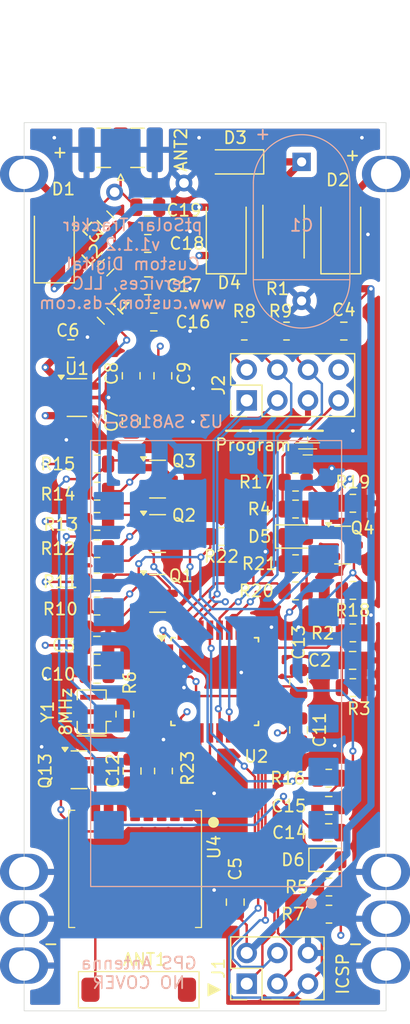
<source format=kicad_pcb>
(kicad_pcb (version 20241229) (generator "pcbnew") (generator_version "9.0")
  (layers (0 "F.Cu" signal) (4 "In1.Cu" signal) (6 "In2.Cu" signal) (2 "B.Cu" signal) (13 "F.Paste" user) (15 "B.Paste" user) (5 "F.SilkS" user "F.Silkscreen") (7 "B.SilkS" user "B.Silkscreen") (1 "F.Mask" user) (3 "B.Mask" user) (25 "Edge.Cuts" user))
  (net 0 "")
  (net 1 "+BATT")
  (net 2 "GND")
  (net 3 "/RESET")
  (net 4 "/MOSI")
  (net 5 "/SCK")
  (net 6 "/MISO")
  (net 7 "/SCL")
  (net 8 "/SDA")
  (net 9 "+3.3V")
  (net 10 "/DIG-PTT")
  (net 11 "Net-(D1-A)")
  (net 12 "/GPS-RX")
  (net 13 "/GPS-EN")
  (net 14 "/BATT-SENSE")
  (net 15 "/GPS-TX")
  (net 16 "Net-(C17-Pad2)")
  (net 17 "Net-(D2-A)")
  (net 18 "Net-(ANT1-RF)")
  (net 19 "Net-(ANT2-In)")
  (net 20 "Net-(C18-Pad2)")
  (net 21 "Net-(D1-K)")
  (net 22 "Net-(D6-A)")
  (net 23 "Net-(D5-A)")
  (net 24 "Net-(Q1-S)")
  (net 25 "Net-(Q1-D)")
  (net 26 "Net-(Q3-D)")
  (net 27 "Net-(Q3-S)")
  (net 28 "Net-(C14-Pad1)")
  (net 29 "Net-(U1-BP)")
  (net 30 "Net-(U2-AREF)")
  (net 31 "Net-(U2-PD3)")
  (net 32 "Net-(U3-MIC-IN)")
  (net 33 "Net-(U3-ANTENNA)")
  (net 34 "Net-(J2-Pin_1)")
  (net 35 "Net-(J2-Pin_8)")
  (net 36 "Net-(J2-Pin_3)")
  (net 37 "Net-(Q2-D)")
  (net 38 "Net-(Q2-S)")
  (net 39 "Net-(Q4-C)")
  (net 40 "Net-(Q4-B)")
  (net 41 "Net-(U2-XTAL1{slash}PB6)")
  (net 42 "Net-(U2-XTAL2{slash}PB7)")
  (net 43 "Net-(U3-HIGH{slash}LOW)")
  (net 66 "Net-(C15-Pad2)")
  (net 67 "Net-(Q13-D)")
  (footprint "Resistor_SMD:R_0805_2012Metric" (layer "F.Cu") (at 159.75 106.5 180)
    (property "Reference" "R20")
    (property "Value" "10k")
  )
  (footprint "Custom DS:PowerFilm MPT3.6-75" (layer "F.Cu") (at 137.25 104.75)
    (property "Reference" "PV1" (hide yes))
    (property "Value" "5.5V 180mW Solar" (hide yes))
  )
  (footprint "Custom DS:Pulse ANT8010LL05R1575A Antenna" (layer "F.Cu") (at 147.25 139.5 180)
    (property "Reference" "ANT1")
    (property "Value" "GPS Antenna" (hide yes))
  )
  (footprint "Resistor_SMD:R_0805_2012Metric" (layer "F.Cu") (at 159.75 97.5)
    (property "Reference" "R17")
    (property "Value" "1k" (hide yes))
  )
  (footprint "Resistor_SMD:R_0805_2012Metric" (layer "F.Cu") (at 162.52 133.25 180)
    (property "Reference" "R7")
    (property "Value" "10k" (hide yes))
  )
  (footprint "Resistor_SMD:R_0805_2012Metric" (layer "F.Cu") (at 143.298474 103.001526)
    (property "Reference" "R12")
    (property "Value" "10k" (hide yes))
  )
  (footprint "Capacitor_SMD:C_0805_2012Metric" (layer "F.Cu") (at 146.125 92.45 90)
    (property "Reference" "C7")
    (property "Value" "10nF" (hide yes))
  )
  (footprint "Diode_SMD:D_0805_2012Metric" (layer "F.Cu") (at 159.77 102)
    (property "Reference" "D5")
    (property "Value" "Red" (hide yes))
  )
  (footprint "Resistor_SMD:R_2512_6332Metric" (layer "F.Cu") (at 158.75 76.7725 -90)
    (property "Reference" "R1")
    (property "Value" "47" (hide yes))
  )
  (footprint "Resistor_SMD:R_0805_2012Metric" (layer "F.Cu") (at 143.298474 107.753052)
    (property "Reference" "R10")
    (property "Value" "10k" (hide yes))
  )
  (footprint "Capacitor_SMD:C_0805_2012Metric" (layer "F.Cu") (at 148 84.25 180)
    (property "Reference" "C16")
    (property "Value" "20pF" (hide yes))
  )
  (footprint "Capacitor_SMD:C_0805_2012Metric" (layer "F.Cu") (at 162.5 126.5 180)
    (property "Reference" "C14")
    (property "Value" "1uF" (hide yes))
  )
  (footprint "Resistor_SMD:R_0805_2012Metric" (layer "F.Cu") (at 159.75 104.25)
    (property "Reference" "R21")
    (property "Value" "10k")
  )
  (footprint "Custom DS:Small Test Point Pin" (layer "F.Cu") (at 150.5 72.75)
    (property "Reference" "ANT2b1" (hide yes))
    (property "Value" "VHF Test Point" (hide yes))
  )
  (footprint "Resistor_SMD:R_0805_2012Metric" (layer "F.Cu") (at 159 85)
    (property "Reference" "R9")
    (property "Value" "4.7k" (hide yes))
  )
  (footprint "Package_TO_SOT_SMD:SOT-23" (layer "F.Cu") (at 148.3125 101.751526)
    (property "Reference" "Q2")
    (property "Value" "BSS138" (hide yes))
  )
  (footprint "Package_QFP:TQFP-32_7x7mm_P0.8mm" (layer "F.Cu") (at 153.05 114)
    (property "Reference" "U2")
    (property "Value" "ATMega 328p-AU" (hide yes))
  )
  (footprint "Resistor_SMD:R_0805_2012Metric" (layer "F.Cu") (at 143.298474 105.753052 180)
    (property "Reference" "R11")
    (property "Value" "10k" (hide yes))
  )
  (footprint "Package_TO_SOT_SMD:SOT-23-5" (layer "F.Cu") (at 141.625 90.5)
    (property "Reference" "U1")
    (property "Value" "LP3985IM5-3.3/NOPB" (hide yes))
  )
  (footprint "Capacitor_SMD:C_0805_2012Metric" (layer "F.Cu") (at 164.48 112.25)
    (property "Reference" "C2")
    (property "Value" "10nF" (hide yes))
  )
  (footprint "Capacitor_SMD:C_0805_2012Metric" (layer "F.Cu") (at 160 118 -90)
    (property "Reference" "C11")
    (property "Value" "10nF" (hide yes))
  )
  (footprint "Resistor_SMD:R_0805_2012Metric" (layer "F.Cu") (at 153.6 102 180)
    (property "Reference" "R22")
    (property "Value" "1k")
  )
  (footprint "Diode_SMD:D_SOD-123" (layer "F.Cu") (at 154.75 71 180)
    (property "Reference" "D3")
    (property "Value" "5.1V Zenor" (hide yes))
  )
  (footprint "Capacitor_SMD:C_0805_2012Metric" (layer "F.Cu") (at 154.75 132.25 90)
    (property "Reference" "C5")
    (property "Value" "10nF" (hide yes))
  )
  (footprint "Package_TO_SOT_SMD:SOT-23" (layer "F.Cu") (at 141.8 121.3)
    (property "Reference" "Q13")
    (property "Value" "DMP2004K-7")
  )
  (footprint "Capacitor_SMD:C_0805_2012Metric" (layer "F.Cu") (at 143.3 113.4 180)
    (property "Reference" "C10")
    (property "Value" "10nF" (hide yes))
  )
  (footprint "Resistor_SMD:R_0805_2012Metric" (layer "F.Cu") (at 164.5 109.97)
    (property "Reference" "R2")
    (property "Value" "100k" (hide yes))
  )
  (footprint "Capacitor_SMD:C_0805_2012Metric" (layer "F.Cu") (at 146.125 88.7 -90)
    (property "Reference" "C8")
    (property "Value" "2.2uF" (hide yes))
  )
  (footprint "Custom DS:ATGM336H-5N31" (layer "F.Cu") (at 146.45 129.65 90)
    (property "Reference" "U4")
    (property "Value" "ATGM336H-5N31" (hide yes))
  )
  (footprint "Inductor_SMD:L_0805_2012Metric" (layer "F.Cu") (at 144 79.75 45)
    (property "Reference" "L2")
    (property "Value" "68nH" (hide yes))
  )
  (footprint "Custom DS:PowerFilm MPT3.6-75" (layer "F.Cu") (at 167.25 104.75)
    (property "Reference" "JPV2" (hide yes))
    (property "Value" "5.5V 180mW Solar" (hide yes))
  )
  (footprint "Resistor_SMD:R_0805_2012Metric" (layer "F.Cu") (at 148.8 121.4 -90)
    (property "Reference" "R23")
    (property "Value" "10k")
  )
  (footprint "Custom DS:Small Test Point Pin" (layer "F.Cu") (at 144.75 73.5)
    (property "Reference" "ANT2a1" (hide yes))
    (property "Value" "VHF Test Point" (hide yes))
  )
  (footprint "Capacitor_SMD:C_0805_2012Metric" (layer "F.Cu") (at 147.5 77.75 180)
    (property "Reference" "C18")
    (property "Value" "36pF" (hide yes))
  )
  (footprint "Resistor_SMD:R_0805_2012Metric" (layer "F.Cu") (at 145.6 116.7 -90)
    (property "Reference" "R6")
    (property "Value" "1M" (hide yes))
  )
  (footprint "Diode_SMD:D_SMA" (layer "F.Cu") (at 139.75 77.5 90)
    (property "Reference" "D1")
    (property "Value" "CDBA340L-G Schottky" (hide yes))
  )
  (footprint "Capacitor_SMD:C_0805_2012Metric" (layer "F.Cu") (at 147.5 74.75 180)
    (property "Reference" "C19")
    (property "Value" "20pF" (hide yes))
  )
  (footprint "Resistor_SMD:R_0805_2012Metric" (layer "F.Cu") (at 159.75 99.7275)
    (property "Reference" "R4")
    (property "Value" "1k" (hide yes))
  )
  (footprint "Resistor_SMD:R_0805_2012Metric" (layer "F.Cu") (at 164.5 114.5 180)
    (property "Reference" "R3")
    (property "Value" "22k" (hide yes))
  )
  (footprint "Resistor_SMD:R_0805_2012Metric" (layer "F.Cu") (at 164.5 99.25 180)
    (property "Reference" "R19")
    (property "Value" "10k" (hide yes))
  )
  (footprint "Capacitor_SMD:C_0805_2012Metric" (layer "F.Cu") (at 148.75 88.7 -90)
    (property "Reference" "C9")
    (property "Value" "10nF" (hide yes))
  )
  (footprint "Capacitor_SMD:C_0805_2012Metric" (layer "F.Cu") (at 160 114 90)
    (property "Reference" "C13")
    (property "Value" "10nF" (hide yes))
  )
  (footprint "Package_TO_SOT_SMD:SOT-23" (layer "F.Cu") (at 163.65 102.70625)
    (property "Reference" "Q4")
    (property "Value" "MMBT3904" (hide yes))
  )
  (footprint "Capacitor_SMD:C_0805_2012Metric" (layer "F.Cu") (at 141.125 86.45)
    (property "Reference" "C6")
    (property "Value" "10nF" (hide yes))
  )
  (footprint "Capacitor_SMD:C_0805_2012Metric" (layer "F.Cu") (at 162.5 124.25)
    (property "Reference" "C15")
    (property "Value" "10nF" (hide yes))
  )
  (footprint "Resistor_SMD:R_0805_2012Metric" (layer "F.Cu") (at 143.298474 100.751526 180)
    (property "Reference" "R13")
    (property "Value" "10k" (hide yes))
  )
  (footprint "Inductor_SMD:L_0805_2012Metric" (layer "F.Cu") (at 144 83.75 135)
    (property "Reference" "L1")
    (property "Value" "56nH" (hide yes))
  )
  (footprint "Connector_Coaxial:SMA_Samtec_SMA-J-P-H-ST-EM1_EdgeMount" (layer "F.Cu") (at 145.25 69.75 90)
    (property "Reference" "ANT2")
    (property "Value" "SMA Edge Mount (Optional)" (hide yes))
  )
  (footprint "Crystal:Resonator_SMD_Murata_CSTxExxV-3Pin_3.0x1.1mm" (layer "F.Cu") (at 142.85 116.5 90)
    (property "Reference" "Y1")
    (property "Value" "8MHz")
  )
  (footprint "Inductor_SMD:L_0805_2012Metric" (layer "F.Cu") (at 144 75.75 135)
    (property "Reference" "L3")
    (property "Value" "56nH" (hide yes))
  )
  (footprint "Capacitor_SMD:C_0805_2012Metric" (layer "F.Cu") (at 163.75 85 180)
    (property "Reference" "C4")
    (property "Value" "10nF" (hide yes))
  )
  (footprint "Resistor_SMD:R_0805_2012Metric" (layer "F.Cu") (at 162.52 131)
    (property "Reference" "R5")
    (property "Value" "1k" (hide yes))
  )
  (footprint "Connector_PinHeader_2.54mm:PinHeader_2x03_P2.54mm_Vertical" (layer "F.Cu") (at 155.7 139 90)
    (property "Reference" "J1")
    (property "Value" "6 Pin Male Header" (hide yes))
  )
  (footprint "Diode_SMD:D_0805_2012Metric" (layer "F.Cu") (at 162.54 128.75)
    (property "Reference" "D6")
    (property "Value" "Green" (hide yes))
  )
  (footprint "Resistor_SMD:R_0805_2012Metric" (layer "F.Cu") (at 162.5 122)
    (property "Reference" "R16")
    (property "Value" "4.7k" (hide yes))
  )
  (footprint "Diode_SMD:D_SMA" (layer "F.Cu") (at 163.5 76.75 90)
    (property "Reference" "D2")
    (property "Value" "CDBA340L-G Schottky" (hide yes))
  )
  (footprint "Resistor_SMD:R_0805_2012Metric" (layer "F.Cu") (at 143.298474 98.25)
    (property "Reference" "R14")
    (property "Value" "10k" (hide yes))
  )
  (footprint "Package_TO_SOT_SMD:SOT-23" (layer "F.Cu") (at 148.3125 97.25)
    (property "Reference" "Q3")
    (property "Value" "BSS138" (hide yes))
  )
  (footprint "Resistor_SMD:R_0805_2012Metric" (layer "F.Cu") (at 155.5 85)
    (property "Reference" "R8")
    (property "Value" "4.7k" (hide yes))
  )
  (footprint "Resistor_SMD:R_0805_2012Metric" (layer "F.Cu") (at 164.5 106.45625 180)
    (property "Reference" "R18")
    (property "Value" "10k" (hide yes))
  )
  (footprint "Capacitor_SMD:C_0805_2012Metric" (layer "F.Cu") (at 143.278474 111)
    (property "Reference" "C3")
    (property "Value" "10nF" (hide yes))
  )
  (footprint "Diode_SMD:D_SMA" (layer "F.Cu") (at 154 76.75 90)
    (property "Reference" "D4")
    (property "Value" "CDBA340L-G Schottky" (hide yes))
  )
  (footprint "Package_TO_SOT_SMD:SOT-23" (layer "F.Cu") (at 148.3125 106.703052)
    (property "Reference" "Q1")
    (property "Value" "BSS138" (hide yes))
  )
  (footprint "Capacitor_SMD:C_0805_2012Metric" (layer "F.Cu") (at 147.5 81.25 180)
    (property "Reference" "C17")
    (property "Value" "36pF" (hide yes))
  )
  (footprint "Resistor_SMD:R_0805_2012Metric" (layer "F.Cu") (at 143.298474 96 180)
    (property "Reference" "R15")
    (property "Value" "10k" (hide yes))
  )
  (footprint "Connector_PinHeader_2.54mm:PinHeader_2x04_P2.54mm_Vertical" (layer "F.Cu") (at 155.7 90.74 90)
    (property "Reference" "J2")
    (property "Value" "8 Pin Male Header" (hide yes))
  )
  (footprint "Capacitor_SMD:C_0805_2012Metric" (layer "F.Cu") (at 146.2 121.4 90)
    (property "Reference" "C12")
    (property "Value" "10nF" (hide yes))
  )
  (footprint "Custom DS:CDS CSP Super Cap 8mm dia" (layer "B.Cu") (at 160.25 76.75 180)
    (property "Reference" "C1")
    (property "Value" "6V 1F")
  )
  (footprint "Custom DS:DRA818 SA818" (layer "B.Cu") (at 152.565 113.86)
    (property "Reference" "U3")
    (property "Value" "SA818S-V")
  )
  (gr_line (start 160 94.75) (end 161.5 94.75) (stroke (width 0.1)) (layer "F.SilkS"))
  (gr_line (start 160.75 94.25) (end 161.75 94.25) (stroke (width 0.1)) (layer "F.SilkS"))
  (gr_line (start 154 93.25) (end 162 93.25) (stroke (width 0.2)) (layer "F.SilkS"))
  (gr_line (start 160.75 94.25) (end 159.75 94.25) (stroke (width 0.1)) (layer "F.SilkS"))
  (gr_poly (pts (xy 152.5 139) (xy 153.5 139.5) (xy 152.5 140)) (stroke (width 0.1)) (fill yes) (layer "F.SilkS"))
  (gr_line (start 160.375 95.25) (end 161.125 95.25) (stroke (width 0.1)) (layer "F.SilkS"))
  (gr_line (start 160.75 93.75) (end 160.75 94.25) (stroke (width 0.1)) (layer "F.SilkS"))
  (gr_line (start 137.25 67.75) (end 167.25 67.75) (stroke (width 0.05)) (layer "Edge.Cuts"))
  (gr_line (start 167.25 67.75) (end 167.25 141.25) (stroke (width 0.05)) (layer "Edge.Cuts"))
  (gr_line (start 167.25 141.25) (end 137.25 141.25) (stroke (width 0.05)) (layer "Edge.Cuts"))
  (gr_line (start 137.25 141.25) (end 137.25 67.75) (stroke (width 0.05)) (layer "Edge.Cuts"))
  (gr_text "Program" (at 153 95 0) (layer "F.SilkS") (effects (font (size 1 1)) (justify left bottom)))
  (gr_text "ICSP" (at 164.25 140 90) (layer "F.SilkS") (effects (font (size 1 1)) (justify left bottom)))
  (gr_text "ptSolar Tracker\nv1.1.2\nCustom Digital\nServices, LLC\nwww.custom-ds.com" (at 146.25 83.25 0) (layer "B.SilkS") (effects (font (size 1 1)) (justify bottom mirror)))
  (gr_text "GPS Antenna\nNO COVER" (at 146.75 139.5 0) (layer "B.SilkS") (effects (font (size 1 1)) (justify bottom mirror)))
  (segment (start 164.7 82.8) (end 166 81.5) (width 0.2) (layer "F.Cu") (net 1))
  (segment (start 142.385974 100.751526) (end 139.001526 100.751526) (width 0.2) (layer "F.Cu") (net 1))
  (segment (start 154.75 133.2) (end 155.7 134.15) (width 0.2) (layer "F.Cu") (net 1))
  (segment (start 142.55 111) (end 139 111) (width 0.2) (layer "F.Cu") (net 1))
  (segment (start 166 81.5) (end 162.19 81.5) (width 0.6) (layer "F.Cu") (net 1))
  (segment (start 140.175 86.825) (end 140.175 86.45) (width 0.6) (layer "F.Cu") (net 1))
  (segment (start 154 78.75) (end 157.765 78.75) (width 0.6) (layer "F.Cu") (net 1))
  (segment (start 139.9375 92) (end 140.4875 91.45) (width 0.6) (layer "F.Cu") (net 1))
  (segment (start 157.765 78.75) (end 158.75 79.735) (width 0.6) (layer "F.Cu") (net 1))
  (segment (start 164.7 85) (end 164.7 82.8) (width 0.2) (layer "F.Cu") (net 1))
  (segment (start 139.003052 105.753052) (end 139 105.75) (width 0.2) (layer "F.Cu") (net 1))
  (segment (start 139 92) (end 139.9375 92) (width 0.6) (layer "F.Cu") (net 1))
  (segment (start 154 78.75) (end 151.75 78.75) (width 0.6) (layer "F.Cu") (net 1))
  (segment (start 165.4125 108.5) (end 165.4125 108.1625) (width 0.2) (layer "F.Cu") (net 1))
  (segment (start 140.4875 89.4875) (end 139 88) (width 0.6) (layer "F.Cu") (net 1))
  (segment (start 163.70625 106.45625) (end 163.5875 106.45625) (width 0.2) (layer "F.Cu") (net 1))
  (segment (start 155.7 134.15) (end 155.7 136.46) (width 0.2) (layer "F.Cu") (net 1))
  (segment (start 139.001526 100.751526) (end 139 100.75) (width 0.2) (layer "F.Cu") (net 1))
  (segment (start 165.4125 108.1625) (end 163.70625 106.45625) (width 0.2) (layer "F.Cu") (net 1))
  (segment (start 140.4875 89.55) (end 140.4875 89.4875) (width 0.6) (layer "F.Cu") (net 1))
  (segment (start 160.425 79.735) (end 158.75 79.735) (width 0.6) (layer "F.Cu") (net 1))
  (segment (start 166 108.5) (end 165.4125 108.5) (width 0.2) (layer "F.Cu") (net 1))
  (segment (start 165.4125 109.97) (end 165.4125 108.5) (width 0.2) (layer "F.Cu") (net 1))
  (segment (start 139 88) (end 140.175 86.825) (width 0.6) (layer "F.Cu") (net 1))
  (segment (start 142.3375 96) (end 139 96) (width 0.2) (layer "F.Cu") (net 1))
  (segment (start 142.4625 105.753052) (end 139.003052 105.753052) (width 0.2) (layer "F.Cu") (net 1))
  (segment (start 162.19 81.5) (end 160.425 79.735) (width 0.6) (layer "F.Cu") (net 1))
  (via (at 139 105.75) (size 0.6) (drill 0.3) (layers "F.Cu" "B.Cu") (net 1))
  (via (at 139 96) (size 0.6) (drill 0.3) (layers "F.Cu" "B.Cu") (net 1))
  (via (at 151.75 78.75) (size 0.6) (drill 0.3) (layers "F.Cu" "B.Cu") (net 1))
  (via (at 166 81.5) (size 0.6) (drill 0.3) (layers "F.Cu" "B.Cu") (net 1))
  (via (at 139 100.75) (size 0.6) (drill 0.3) (layers "F.Cu" "B.Cu") (net 1))
  (via (at 166 108.5) (size 0.6) (drill 0.3) (layers "F.Cu" "B.Cu") (net 1))
  (via (at 139 111) (size 0.6) (drill 0.3) (layers "F.Cu" "B.Cu") (net 1))
  (via (at 139 92) (size 0.6) (drill 0.3) (layers "F.Cu" "B.Cu") (net 1))
  (via (at 139 88) (size 0.6) (drill 0.3) (layers "F.Cu" "B.Cu") (net 1))
  (segment (start 166 95.5) (end 166 90.774999) (width 0.6) (layer "B.Cu") (net 1))
  (segment (start 164 128.25) (end 155.79 136.46) (width 0.6) (layer "B.Cu") (net 1))
  (segment (start 155.79 136.46) (end 155.7 136.46) (width 0.6) (layer "B.Cu") (net 1))
  (segment (start 164 126.210787) (end 164 128.25) (width 0.6) (layer "B.Cu") (net 1))
  (segment (start 166 90.774999) (end 166 81.5) (width 0.6) (layer "B.Cu") (net 1))
  (segment (start 160.065 95.56) (end 165.94 95.56) (width 0.6) (layer "B.Cu") (net 1))
  (segment (start 165.94 95.56) (end 166 95.5) (width 0.6) (layer "B.Cu") (net 1))
  (segment (start 166 108.5) (end 166 124.210787) (width 0.6) (layer "B.Cu") (net 1))
  (segment (start 166 124.210787) (end 164 126.210787) (width 0.6) (layer "B.Cu") (net 1))
  (segment (start 166 108.5) (end 166 90.774999) (width 0.6) (layer "B.Cu") (net 1))
  (segment (start 165.43 112.485) (end 165.43 112.9) (width 0.2) (layer "F.Cu") (net 2))
  (segment (start 150.4 114.4) (end 150.5 114.5) (width 0.2) (layer "F.Cu") (net 2))
  (segment (start 159.45 113.6) (end 160 113.05) (width 0.2) (layer "F.Cu") (net 2))
  (segment (start 146.125 89.65) (end 148.375 89.65) (width 0.2) (layer "F.Cu") (net 2))
  (segment (start 144.25 130.75) (end 144.25 134.35) (width 0.2) (layer "F.Cu") (net 2))
  (segment (start 165.4125 112.4675) (end 165.43 112.485) (width 0.2) (layer "F.Cu") (net 2))
  (segment (start 146.075 90.5) (end 146.125 90.45) (width 0.2) (layer "F.Cu") (net 2))
  (segment (start 150.45 112.8) (end 150.5 112.75) (width 0.2) (layer "F.Cu") (net 2))
  (segment (start 165.43 112.9) (end 165.4125 112.9175) (width 0.2) (layer "F.Cu") (net 2))
  (segment (start 148.8 114.4) (end 150.4 114.4) (width 0.2) (layer "F.Cu") (net 2))
  (segment (start 140.4875 90.5) (end 144.25 90.5) (width 0.2) (layer "F.Cu") (net 2))
  (segment (start 146.125 90.55) (end 146.075 90.5) (width 0.2) (layer "F.Cu") (net 2))
  (segment (start 146.125 91.5) (end 146.125 90.55) (width 0.2) (layer "F.Cu") (net 2))
  (segment (start 146.125 90.45) (end 146.125 89.65) (width 0.2) (layer "F.Cu") (net 2))
  (segment (start 144.25 90.5) (end 146.075 90.5) (width 0.2) (layer "F.Cu") (net 2))
  (segment (start 148.8 112.8) (end 150.45 112.8) (width 0.2) (layer "F.Cu") (net 2))
  (segment (start 157.3 113.6) (end 159.45 113.6) (width 0.2) (layer "F.Cu") (net 2))
  (via (at 151 85) (size 0.6) (drill 0.3) (layers "F.Cu" "B.Cu") (net 2))
  (via (at 151 81.5) (size 0.6) (drill 0.3) (layers "F.Cu" "B.Cu") (net 2))
  (via (at 142.5 85.5) (size 0.6) (drill 0.3) (layers "F.Cu" "B.Cu") (net 2))
  (via (at 165.25 69) (size 0.6) (drill 0.3) (layers "F.Cu" "B.Cu") (net 2))
  (via (at 163 119.3) (size 0.6) (drill 0.3) (layers "F.Cu" "B.Cu") (net 2))
  (via (at 148.8 118.8) (size 0.6) (drill 0.3) (layers "F.Cu" "B.Cu") (net 2))
  (via (at 153 131.25) (size 0.6) (drill 0.3) (layers "F.Cu" "B.Cu") (net 2))
  (via (at 140.75 94) (size 0.6) (drill 0.3) (layers "F.Cu" "B.Cu") (net 2))
  (via (at 139.75 69) (size 0.6) (drill 0.3) (layers "F.Cu" "B.Cu") (net 2))
  (via (at 165.75 77) (size 0.6) (drill 0.3) (layers "F.Cu" "B.Cu") (net 2))
  (via (at 144.25 90.5) (size 0.6) (drill 0.3) (layers "F.Cu" "B.Cu") (net 2))
  (via (at 151.25 92.5) (size 0.6) (drill 0.3) (layers "F.Cu" "B.Cu") (net 2))
  (via (at 157.25 103.25) (size 0.6) (drill 0.3) (layers "F.Cu" "B.Cu") (net 2))
  (via (at 151.75 69) (size 0.6) (drill 0.3) (layers "F.Cu" "B.Cu") (net 2))
  (via (at 151.25 89.75) (size 0.6) (drill 0.3) (layers "F.Cu" "B.Cu") (net 2))
  (via (at 160 109.5) (size 0.6) (drill 0.3) (layers "F.Cu" "B.Cu") (net 2))
  (via (at 157.75 109.5) (size 0.6) (drill 0.3) (layers "F.Cu" "B.Cu") (net 2))
  (via (at 162.75 96.36) (size 0.6) (drill 0.3) (layers "F.Cu" "B.Cu") (net 2))
  (via (at 155.25 113.25) (size 0.6) (drill 0.3) (layers "F.Cu" "B.Cu") (net 2))
  (via (at 150.5 114.5) (size 0.6) (drill 0.3) (layers "F.Cu" "B.Cu") (net 2))
  (via (at 164.5 93.25) (size 0.6) (drill 0.3) (layers "F.Cu" "B.Cu") (net 2))
  (via (at 151 76.75) (size 0.6) (drill 0.3) (layers "F.Cu" "B.Cu") (net 2))
  (via (at 138.7 119.4) (size 0.6) (drill 0.3) (layers "F.Cu" "B.Cu") (net 2))
  (via (at 156 93.25) (size 0.6) (drill 0.3) (layers "F.Cu" "B.Cu") (net 2))
  (via (at 150.5 112.75) (size 0.6) (drill 0.3) (layers "F.Cu" "B.Cu") (net 2))
  (via (at 139 113.75) (size 0.6) (drill 0.3) (layers "F.Cu" "B.Cu") (net 2))
  (via (at 153 123.25) (size 0.6) (drill 0.3) (layers "F.Cu" "B.Cu") (net 2))
  (segment (start 161.5875 133.25) (end 161.93 133.5925) (width 0.2) (layer "F.Cu") (net 3))
  (segment (start 156.65 130.4) (end 156.38 130.13) (width 0.2) (layer "F.Cu") (net 3))
  (segment (start 156.65 132.75) (end 156.65 130.4) (width 0.2) (layer "F.Cu") (net 3))
  (segment (start 161.93 133.5925) (end 161.93 137.85) (width 0.2) (layer "F.Cu") (net 3))
  (segment (start 156.38 130.13) (end 156.38 121.88) (width 0.2) (layer "F.Cu") (net 3))
  (segment (start 156.38 121.88) (end 155.5 121) (width 0.2) (layer "F.Cu") (net 3))
  (segment (start 161.93 137.85) (end 160.78 139) (width 0.2) (layer "F.Cu") (net 3))
  (segment (start 152.65 109.75) (end 152.65 111.15) (width 0.2) (layer "F.Cu") (net 3))
  (segment (start 152.65 111.15) (end 152.75 111.25) (width 0.2) (layer "F.Cu") (net 3))
  (via (at 156.65 132.75) (size 0.6) (drill 0.3) (layers "F.Cu" "B.Cu") (net 3))
  (via (at 152.75 111.25) (size 0.6) (drill 0.3) (layers "F.Cu" "B.Cu") (net 3))
  (via (at 155.5 121) (size 0.6) (drill 0.3) (layers "F.Cu" "B.Cu") (net 3))
  (segment (start 154.26 139.86) (end 154.55 140.15) (width 0.2) (layer "B.Cu") (net 3))
  (segment (start 159.63 140.15) (end 160.78 139) (width 0.2) (layer "B.Cu") (net 3))
  (segment (start 152.75 118.25) (end 152.75 111.25) (width 0.2) (layer "B.Cu") (net 3))
  (segment (start 155.5 121) (end 152.75 118.25) (width 0.2) (layer "B.Cu") (net 3))
  (segment (start 154.26 135.14) (end 154.26 139.86) (width 0.2) (layer "B.Cu") (net 3))
  (segment (start 156.65 132.75) (end 154.26 135.14) (width 0.2) (layer "B.Cu") (net 3))
  (segment (start 154.55 140.15) (end 159.63 140.15) (width 0.2) (layer "B.Cu") (net 3))
  (segment (start 157.25 133.75) (end 157.25 130.570244) (width 0.2) (layer "F.Cu") (net 4))
  (segment (start 155.05 119.125) (end 155.05 118.25) (width 0.2) (layer "F.Cu") (net 4))
  (segment (start 156.67 129.990244) (end 156.67 120.745) (width 0.2) (layer "F.Cu") (net 4))
  (segment (start 156.67 120.745) (end 155.05 119.125) (width 0.2) (layer "F.Cu") (net 4))
  (segment (start 157.25 130.570244) (end 156.67 129.990244) (width 0.2) (layer "F.Cu") (net 4))
  (via (at 157.25 133.75) (size 0.6) (drill 0.3) (layers "F.Cu" "B.Cu") (net 4))
  (segment (start 154.55 135.983654) (end 154.55 136.936346) (width 0.2) (layer "B.Cu") (net 4))
  (segment (start 157.25 133.75) (end 156.783654 133.75) (width 0.2) (layer "B.Cu") (net 4))
  (segment (start 154.55 136.936346) (end 155.223654 137.61) (width 0.2) (layer "B.Cu") (net 4))
  (segment (start 155.223654 137.61) (end 157.09 137.61) (width 0.2) (layer "B.Cu") (net 4))
  (segment (start 157.09 137.61) (end 158.24 136.46) (width 0.2) (layer "B.Cu") (net 4))
  (segment (start 156.783654 133.75) (end 154.55 135.983654) (width 0.2) (layer "B.Cu") (net 4))
  (segment (start 161.5875 131) (end 158.29 131) (width 0.2) (layer "F.Cu") (net 5))
  (segment (start 158.29 130.79) (end 157.25 129.75) (width 0.2) (layer "F.Cu") (net 5))
  (segment (start 158.29 134.810031) (end 158.29 131) (width 0.2) (layer "F.Cu") (net 5))
  (segment (start 159.39 137.85) (end 159.39 135.910031) (width 0.2) (layer "F.Cu") (net 5))
  (segment (start 157.25 129.75) (end 157.25 116.85) (width 0.2) (layer "F.Cu") (net 5))
  (segment (start 157.25 116.85) (end 157.3 116.8) (width 0.2) (layer "F.Cu") (net 5))
  (segment (start 159.39 135.910031) (end 158.29 134.810031) (width 0.2) (layer "F.Cu") (net 5))
  (segment (start 158.24 139) (end 159.39 137.85) (width 0.2) (layer "F.Cu") (net 5))
  (segment (start 158.29 131) (end 158.29 130.79) (width 0.2) (layer "F.Cu") (net 5))
  (segment (start 156.96 120.624878) (end 156.96 129.870122) (width 0.2) (layer "F.Cu") (net 6))
  (segment (start 157 135.75) (end 157 137.7) (width 0.2) (layer "F.Cu") (net 6))
  (segment (start 157 137.7) (end 155.7 139) (width 0.2) (layer "F.Cu") (net 6))
  (segment (start 156.96 129.870122) (end 158 130.910122) (width 0.2) (layer "F.Cu") (net 6))
  (segment (start 158 130.910122) (end 158 134.75) (width 0.2) (layer "F.Cu") (net 6))
  (segment (start 158 134.75) (end 157 135.75) (width 0.2) (layer "F.Cu") (net 6))
  (segment (start 155.85 118.25) (end 155.85 119.514878) (width 0.2) (layer "F.Cu") (net 6))
  (segment (start 155.85 119.514878) (end 156.96 120.624878) (width 0.2) (layer "F.Cu") (net 6))
  (segment (start 156.4125 85) (end 156.4125 86.3725) (width 0.2) (layer "F.Cu") (net 7))
  (segment (start 156.4125 86.3725) (end 158.24 88.2) (width 0.2) (layer "F.Cu") (net 7))
  (segment (start 154.8 107.4) (end 155 107.4) (width 0.2) (layer "F.Cu") (net 7))
  (segment (start 153.45 108.75) (end 154.8 107.4) (width 0.2) (layer "F.Cu") (net 7))
  (segment (start 153.45 109.75) (end 153.45 108.75) (width 0.2) (layer "F.Cu") (net 7))
  (via (at 155 107.4) (size 0.6) (drill 0.3) (layers "F.Cu" "B.Cu") (net 7))
  (segment (start 159.39 89.35) (end 158.24 88.2) (width 0.2) (layer "B.Cu") (net 7))
  (segment (start 159.39 91.86) (end 159.39 89.35) (width 0.2) (layer "B.Cu") (net 7))
  (segment (start 157.96 104.44) (end 157.96 93.29) (width 0.2) (layer "B.Cu") (net 7))
  (segment (start 157.96 93.29) (end 159.39 91.86) (width 0.2) (layer "B.Cu") (net 7))
  (segment (start 155 107.4) (end 157.96 104.44) (width 0.2) (layer "B.Cu") (net 7))
  (segment (start 154.25 108.75) (end 154.5 108.5) (width 0.2) (layer "F.Cu") (net 8))
  (segment (start 159.9125 85) (end 159.9125 87.3325) (width 0.2) (layer "F.Cu") (net 8))
  (segment (start 159.9125 87.3325) (end 160.78 88.2) (width 0.2) (layer "F.Cu") (net 8))
  (segment (start 154.9 108.5) (end 156 107.4) (width 0.2) (layer "F.Cu") (net 8))
  (segment (start 154.5 108.5) (end 154.9 108.5) (width 0.2) (layer "F.Cu") (net 8))
  (segment (start 161.0875 87.8925) (end 160.78 88.2) (width 0.2) (layer "F.Cu") (net 8))
  (segment (start 154.25 109.75) (end 154.25 108.75) (width 0.2) (layer "F.Cu") (net 8))
  (via (at 156 107.4) (size 0.6) (drill 0.3) (layers "F.Cu" "B.Cu") (net 8))
  (segment (start 158.25 105.15) (end 156 107.4) (width 0.2) (layer "B.Cu") (net 8))
  (segment (start 161.01 92.75) (end 159.25 92.75) (width 0.2) (layer "B.Cu") (net 8))
  (segment (start 161.93 91.83) (end 161.01 92.75) (width 0.2) (layer "B.Cu") (net 8))
  (segment (start 159.25 92.75) (end 158.25 93.75) (width 0.2) (layer "B.Cu") (net 8))
  (segment (start 161.93 89.35) (end 161.93 91.83) (width 0.2) (layer "B.Cu") (net 8))
  (segment (start 160.78 88.2) (end 161.93 89.35) (width 0.2) (layer "B.Cu") (net 8))
  (segment (start 158.25 93.75) (end 158.25 105.15) (width 0.2) (layer "B.Cu") (net 8))
  (segment (start 154.5875 87.0875) (end 155.7 88.2) (width 0.2) (layer "F.Cu") (net 9))
  (segment (start 156.025 116) (end 157.3 116) (width 0.2) (layer "F.Cu") (net 9))
  (segment (start 158.0875 84.3375) (end 157.5 83.75) (width 0.2) (layer "F.Cu") (net 9))
  (segment (start 146 106.75) (end 144.996948 107.753052) (width 0.2) (layer "F.Cu") (net 9))
  (segment (start 140.3 122.8125) (end 140.3 124.6) (width 0.2) (layer "F.Cu") (net 9))
  (segment (start 155.25 83.75) (end 154.5875 84.4125) (width 0.2) (layer "F.Cu") (net 9))
  (segment (start 146.0375 102) (end 147.235974 100.801526) (width 0.2) (layer "F.Cu") (net 9))
  (segment (start 151.1 113.6) (end 148.8 113.6) (width 0.2) (layer "F.Cu") (net 9))
  (segment (start 144.996948 107.753052) (end 144.2875 107.753052) (width 0.2) (layer "F.Cu") (net 9))
  (segment (start 144.210974 103.001526) (end 144.998474 103.001526) (width 0.2) (layer "F.Cu") (net 9))
  (segment (start 146.996948 105.753052) (end 147.34293 105.753052) (width 0.2) (layer "F.Cu") (net 9))
  (segment (start 158.8 118.25) (end 160 117.05) (width 0.2) (layer "F.Cu") (net 9))
  (segment (start 154.5875 84.4125) (end 154.5875 85) (width 0.2) (layer "F.Cu") (net 9))
  (segment (start 141.7 126.4) (end 144.6 126.4) (width 0.2) (layer "F.Cu") (net 9))
  (segment (start 146 102) (end 146.0375 102) (width 0.2) (layer "F.Cu") (net 9))
  (segment (start 146.125 87.75) (end 144.5625 87.75) (width 0.2) (layer "F.Cu") (net 9))
  (segment (start 160 117.05) (end 158.95 116) (width 0.2) (layer "F.Cu") (net 9))
  (segment (start 146 106.75) (end 146.996948 105.753052) (width 0.2) (layer "F.Cu") (net 9))
  (segment (start 148.375 87.75) (end 148.375 86.40625) (width 0.2) (layer "F.Cu") (net 9))
  (segment (start 145.35 125.65) (end 145.35 124.65) (width 0.2) (layer "F.Cu") (net 9))
  (segment (start 140.3 125) (end 141.7 126.4) (width 0.2) (layer "F.Cu") (net 9))
  (segment (start 158.0875 85) (end 158.0875 84.3375) (width 0.2) (layer "F.Cu") (net 9))
  (segment (start 146.125 87.75) (end 148.375 87.75) (width 0.2) (layer "F.Cu") (net 9))
  (segment (start 163.5 133.3375) (end 163.4125 133.25) (width 0.2) (layer "F.Cu") (net 9))
  (segment (start 143.325 89.55) (end 142.7625 89.55) (width 0.2) (layer "F.Cu") (net 9))
  (segment (start 144.6 126.4) (end 145.35 125.65) (width 0.2) (layer "F.Cu") (net 9))
  (segment (start 144.5625 87.75) (end 142.7625 89.55) (width 0.2) (layer "F.Cu") (net 9))
  (segment (start 140.8625 122.25) (end 140.3 122.8125) (width 0.2) (layer "F.Cu") (net 9))
  (segment (start 145.25 98.25) (end 146 97.5) (width 0.2) (layer "F.Cu") (net 9))
  (segment (start 144.998474 103.001526) (end 146 102) (width 0.2) (layer "F.Cu") (net 9))
  (segment (start 158.25 118.25) (end 158.8 118.25) (width 0.2) (layer "F.Cu") (net 9))
  (segment (start 151.5 114) (end 151.5 115.2) (width 0.2) (layer "F.Cu") (net 9))
  (segment (start 144.1625 98.25) (end 145.25 98.25) (width 0.2) (layer "F.Cu") (net 9))
  (segment (start 140.3 124.6) (end 140.3 125) (width 0.2) (layer "F.Cu") (net 9))
  (segment (start 144.210974 103.001526) (end 144.210974 102.764026) (width 0.2) (layer "F.Cu") (net 9))
  (segment (start 151.5 114) (end 151.1 113.6) (width 0.2) (layer "F.Cu") (net 9))
  (segment (start 147.2 96.3) (end 146 97.5) (width 0.2) (layer "F.Cu") (net 9))
  (segment (start 148.375 86.40625) (end 148.53125 86.25) (width 0.2) (layer "F.Cu") (net 9))
  (segment (start 163.5 135) (end 163.5 133.3375) (width 0.2) (layer "F.Cu") (net 9))
  (segment (start 154.5875 85) (end 154.5875 87.0875) (width 0.2) (layer "F.Cu") (net 9))
  (segment (start 157.5 83.75) (end 155.25 83.75) (width 0.2) (layer "F.Cu") (net 9))
  (segment (start 144.45 113.6) (end 144.25 113.4) (width 0.2) (layer "F.Cu") (net 9))
  (segment (start 155.225 115.2) (end 156.025 116) (width 0.2) (layer "F.Cu") (net 9))
  (segment (start 147.34293 105.753052) (end 147.390215 105.800337) (width 0.2) (layer "F.Cu") (net 9))
  (segment (start 148.8 113.6) (end 144.45 113.6) (width 0.2) (layer "F.Cu") (net 9))
  (segment (start 147.375 96.3) (end 147.2 96.3) (width 0.2) (layer "F.Cu") (net 9))
  (segment (start 158.95 116) (end 157.3 116) (width 0.2) (layer "F.Cu") (net 9))
  (segment (start 148.8 115.2) (end 155.225 115.2) (width 0.2) (layer "F.Cu") (net 9))
  (via (at 140.3 124.6) (size 0.6) (drill 0.3) (layers "F.Cu" "B.Cu") (net 9))
  (via (at 163.5 135) (size 0.6) (drill 0.3) (layers "F.Cu" "B.Cu") (net 9))
  (via (at 151.5 114) (size 0.6) (drill 0.3) (layers "F.Cu" "B.Cu") (net 9))
  (via (at 158.25 118.25) (size 0.6) (drill 0.3) (layers "F.Cu" "B.Cu") (net 9))
  (via (at 148.53125 86.25) (size 0.6) (drill 0.3) (layers "F.Cu" "B.Cu") (net 9))
  (via (at 146 106.75) (size 0.6) (drill 0.3) (layers "F.Cu" "B.Cu") (net 9))
  (via (at 146 97.5) (size 0.6) (drill 0.3) (layers "F.Cu" "B.Cu") (net 9))
  (via (at 146 102) (size 0.6) (drill 0.3) (layers "F.Cu" "B.Cu") (net 9))
  (segment (start 158.8375 106.5) (end 158.2125 105.875) (width 0.2) (layer "F.Cu") (net 10))
  (segment (start 158.675 95.385) (end 158.675 97.5) (width 0.2) (layer "F.Cu") (net 10))
  (segment (start 153.125 105.875) (end 150.25 108.75) (width 0.2) (layer "F.Cu") (net 10))
  (segment (start 163.32 90.74) (end 158.675 95.385) (width 0.2) (layer "F.Cu") (net 10))
  (segment (start 156.25 102.1525) (end 156.25 105.875) (width 0.2) (layer "F.Cu") (net 10))
  (segment (start 158.675 99.7275) (end 156.25 102.1525) (width 0.2) (layer "F.Cu") (net 10))
  (segment (start 157 105.875) (end 153.125 105.875) (width 0.2) (layer "F.Cu") (net 10))
  (segment (start 158.675 99.75) (end 158.675 97.5) (width 0.2) (layer "F.Cu") (net 10))
  (segment (start 150.25 108.75) (end 150.25 109.75) (width 0.2) (layer "F.Cu") (net 10))
  (segment (start 158.2125 105.875) (end 157 105.875) (width 0.2) (layer "F.Cu") (net 10))
  (segment (start 139.75 73.9) (end 137.85 72) (width 0.6) (layer "F.Cu") (net 11))
  (segment (start 139.75 75.5) (end 139.75 73.9) (width 0.6) (layer "F.Cu") (net 11))
  (segment (start 152.65 120.75) (end 149.75 123.65) (width 0.2) (layer "F.Cu") (net 12))
  (segment (start 152.65 118.25) (end 152.65 120.75) (width 0.2) (layer "F.Cu") (net 12))
  (segment (start 149.75 123.65) (end 149.75 124.65) (width 0.2) (layer "F.Cu") (net 12))
  (segment (start 151.05 118.25) (end 151.05 120.95) (width 0.2) (layer "F.Cu") (net 13))
  (segment (start 144.15 120.35) (end 145.2 121.4) (width 0.2) (layer "F.Cu") (net 13))
  (segment (start 140.8625 120.35) (end 144.15 120.35) (width 0.2) (layer "F.Cu") (net 13))
  (segment (start 147.8875 121.4) (end 148.8 122.3125) (width 0.2) (layer "F.Cu") (net 13))
  (segment (start 145.2 121.4) (end 147.8875 121.4) (width 0.2) (layer "F.Cu") (net 13))
  (segment (start 149.6875 122.3125) (end 148.8 122.3125) (width 0.2) (layer "F.Cu") (net 13))
  (segment (start 151.05 120.95) (end 149.6875 122.3125) (width 0.2) (layer "F.Cu") (net 13))
  (segment (start 163.5875 114.5) (end 163.5875 112.3075) (width 0.2) (layer "F.Cu") (net 14))
  (segment (start 163.53 112.25) (end 163.53 110.0275) (width 0.2) (layer "F.Cu") (net 14))
  (segment (start 162.3575 111.2) (end 163.5875 109.97) (width 0.2) (layer "F.Cu") (net 14))
  (segment (start 157.3 111.2) (end 162.3575 111.2) (width 0.2) (layer "F.Cu") (net 14))
  (segment (start 163.53 110.0275) (end 163.5875 109.97) (width 0.2) (layer "F.Cu") (net 14))
  (segment (start 163.5875 112.3075) (end 163.53 112.25) (width 0.2) (layer "F.Cu") (net 14))
  (segment (start 151.85 118.25) (end 151.85 120.868966) (width 0.2) (layer "F.Cu") (net 15))
  (segment (start 148.65 124.068966) (end 148.65 124.65) (width 0.2) (layer "F.Cu") (net 15))
  (segment (start 151.85 120.868966) (end 148.65 124.068966) (width 0.2) (layer "F.Cu") (net 15))
  (segment (start 143.248699 80.501301) (end 143.248699 82.998699) (width 0.2) (layer "F.Cu") (net 16))
  (segment (start 145.801301 80.501301) (end 143.248699 80.501301) (width 0.2) (layer "F.Cu") (net 16))
  (segment (start 146.55 81.25) (end 145.801301 80.501301) (width 0.2) (layer "F.Cu") (net 16))
  (segment (start 163.5 74.75) (end 166.25 72) (width 0.6) (layer "F.Cu") (net 17))
  (segment (start 166.25 72) (end 166.65 72) (width 0.6) (layer "F.Cu") (net 17))
  (segment (start 143 139) (end 142.5 139.5) (width 0.2) (layer "F.Cu") (net 18))
  (segment (start 143.15 134.35) (end 143.15 139.1) (width 0.2) (layer "F.Cu") (net 18))
  (segment (start 143.15 139.1) (end 142.75 139.5) (width 0.2) (layer "F.Cu") (net 18))
  (segment (start 145.3 73.5) (end 144.75 73.5) (width 0.2) (layer "F.Cu") (net 19))
  (segment (start 146.55 74.75) (end 145.3 73.5) (width 0.2) (layer "F.Cu") (net 19))
  (segment (start 143.248699 74.998699) (end 144.747398 73.5) (width 0.2) (layer "F.Cu") (net 19))
  (segment (start 145.25 73) (end 144.75 73.5) (width 0.2) (layer "F.Cu") (net 19))
  (segment (start 145.25 69.75) (end 145.25 73) (width 0.2) (layer "F.Cu") (net 19))
  (segment (start 144.747398 73.5) (end 144.75 73.5) (width 0.2) (layer "F.Cu") (net 19))
  (segment (start 144.751301 77.75) (end 144.751301 78.998699) (width 0.2) (layer "F.Cu") (net 20))
  (segment (start 146.55 77.75) (end 144.751301 77.75) (width 0.2) (layer "F.Cu") (net 20))
  (segment (start 144.751301 76.501301) (end 144.751301 77.75) (width 0.2) (layer "F.Cu") (net 20))
  (segment (start 158.75 72.5) (end 160.25 71) (width 0.6) (layer "F.Cu") (net 21))
  (segment (start 151.75 74.75) (end 154 74.75) (width 0.6) (layer "F.Cu") (net 21))
  (segment (start 158.75 76.5) (end 155.75 76.5) (width 0.6) (layer "F.Cu") (net 21))
  (segment (start 163.5 78.75) (end 161.25 76.5) (width 0.6) (layer "F.Cu") (net 21))
  (segment (start 161.25 76.5) (end 158.75 76.5) (width 0.6) (layer "F.Cu") (net 21))
  (segment (start 155.75 76.5) (end 154 74.75) (width 0.6) (layer "F.Cu") (net 21))
  (segment (start 158.75 73.81) (end 158.75 76.5) (width 0.6) (layer "F.Cu") (net 21))
  (segment (start 160.25 71) (end 156.4 71) (width 0.6) (layer "F.Cu") (net 21))
  (segment (start 139.75 79.5) (end 139.75 81.5) (width 0.6) (layer "F.Cu") (net 21))
  (segment (start 158.75 73.81) (end 158.75 72.5) (width 0.6) (layer "F.Cu") (net 21))
  (via (at 139.75 81.5) (size 0.6) (drill 0.3) (layers "F.Cu" "B.Cu") (net 21))
  (via (at 151.75 74.75) (size 0.6) (drill 0.3) (layers "F.Cu" "B.Cu") (net 21))
  (segment (start 139.75 81.5) (end 146.5 74.75) (width 0.6) (layer "B.Cu") (net 21))
  (segment (start 146.5 74.75) (end 151.75 74.75) (width 0.6) (layer "B.Cu") (net 21))
  (segment (start 163.4125 128.775) (end 163.4375 128.75) (width 0.2) (layer "F.Cu") (net 22))
  (segment (start 163.4125 131) (end 163.4125 128.775) (width 0.2) (layer "F.Cu") (net 22))
  (segment (start 160.6625 101.955) (end 160.7075 102) (width 0.2) (layer "F.Cu") (net 23))
  (segment (start 160.6625 99.7275) (end 160.6625 101.955) (width 0.2) (layer "F.Cu") (net 23))
  (segment (start 143.4625 108.753052) (end 142.4625 107.753052) (width 0.2) (layer "F.Cu") (net 24))
  (segment (start 147.8 112) (end 147.4375 111.6375) (width 0.2) (layer "F.Cu") (net 24))
  (segment (start 145.275 108.753052) (end 143.4625 108.753052) (width 0.2) (layer "F.Cu") (net 24))
  (segment (start 148.8 112) (end 147.8 112) (width 0.2) (layer "F.Cu") (net 24))
  (segment (start 146.375 107.653052) (end 145.275 108.753052) (width 0.2) (layer "F.Cu") (net 24))
  (segment (start 147.4375 111.6375) (end 147.4375 107.653052) (width 0.2) (layer "F.Cu") (net 24))
  (segment (start 147.4375 107.653052) (end 146.375 107.653052) (width 0.2) (layer "F.Cu") (net 24))
  (segment (start 149.3125 106.25) (end 148.215552 105.153052) (width 0.2) (layer "F.Cu") (net 25))
  (segment (start 148.215552 105.153052) (end 146.75 105.153052) (width 0.2) (layer "F.Cu") (net 25))
  (segment (start 146.75 104.25) (end 146.75 105.153052) (width 0.2) (layer "F.Cu") (net 25))
  (segment (start 149.3125 106.703052) (end 149.3125 106.25) (width 0.2) (layer "F.Cu") (net 25))
  (segment (start 146.75 105.153052) (end 144.8875 105.153052) (width 0.2) (layer "F.Cu") (net 25))
  (segment (start 144.8875 105.153052) (end 144.2875 105.753052) (width 0.2) (layer "F.Cu") (net 25))
  (segment (start 152.6875 102.9125) (end 151.9 103.7) (width 0.2) (layer "F.Cu") (net 25))
  (segment (start 152.6875 102) (end 152.6875 102.9125) (width 0.2) (layer "F.Cu") (net 25))
  (via (at 151.9 103.7) (size 0.6) (drill 0.3) (layers "F.Cu" "B.Cu") (net 25))
  (via (at 146.75 104.25) (size 0.6) (drill 0.3) (layers "F.Cu" "B.Cu") (net 25))
  (segment (start 151.9 103.7) (end 147.3 103.7) (width 0.2) (layer "B.Cu") (net 25))
  (segment (start 152.839878 108) (end 151.86 107.020122) (width 0.2) (layer "B.Cu") (net 25))
  (segment (start 162.065 103.86) (end 157.925 108) (width 0.2) (layer "B.Cu") (net 25))
  (segment (start 151.86 107.020122) (end 151.86 103.74) (width 0.2) (layer "B.Cu") (net 25))
  (segment (start 147.3 103.7) (end 146.75 104.25) (width 0.2) (layer "B.Cu") (net 25))
  (segment (start 151.86 103.74) (end 151.9 103.7) (width 0.2) (layer "B.Cu") (net 25))
  (segment (start 157.925 108) (end 152.839878 108) (width 0.2) (layer "B.Cu") (net 25))
  (segment (start 144.1625 96) (end 144.4625 95.7) (width 0.2) (layer "F.Cu") (net 26))
  (segment (start 148.2 95.7) (end 149.25 96.75) (width 0.2) (layer "F.Cu") (net 26))
  (segment (start 140.75 97.25) (end 142.9125 97.25) (width 0.2) (layer "F.Cu") (net 26))
  (segment (start 149.25 96.75) (end 149.25 97.25) (width 0.2) (layer "F.Cu") (net 26))
  (segment (start 144.4625 95.7) (end 148.2 95.7) (width 0.2) (layer "F.Cu") (net 26))
  (segment (start 142.9125 97.25) (end 144.1625 96) (width 0.2) (layer "F.Cu") (net 26))
  (via (at 140.75 97.25) (size 0.6) (drill 0.3) (layers "F.Cu" "B.Cu") (net 26))
  (segment (start 140.15 117.345) (end 144.265 121.46) (width 0.2) (layer "B.Cu") (net 26))
  (segment (start 140.75 97.25) (end 140.15 97.85) (width 0.2) (layer "B.Cu") (net 26))
  (segment (start 140.15 97.85) (end 140.15 117.345) (width 0.2) (layer "B.Cu") (net 26))
  (segment (start 147.5 99.25) (end 143.3375 99.25) (width 0.2) (layer "F.Cu") (net 27))
  (segment (start 147.375 99.125) (end 147.5 99.25) (width 0.2) (layer "F.Cu") (net 27))
  (segment (start 148.25 99.25) (end 147.5 99.25) (width 0.2) (layer "F.Cu") (net 27))
  (segment (start 143.3375 99.25) (end 142.3375 98.25) (width 0.2) (layer "F.Cu") (net 27))
  (segment (start 151 102) (end 148.25 99.25) (width 0.2) (layer "F.Cu") (net 27))
  (segment (start 154.25 116.5) (end 154.25 118.25) (width 0.2) (layer "F.Cu") (net 27))
  (segment (start 151 104.5) (end 151 102) (width 0.2) (layer "F.Cu") (net 27))
  (segment (start 147.375 98.2) (end 147.375 99.125) (width 0.2) (layer "F.Cu") (net 27))
  (via (at 154.25 116.5) (size 0.6) (drill 0.3) (layers "F.Cu" "B.Cu") (net 27))
  (via (at 151 104.5) (size 0.6) (drill 0.3) (layers "F.Cu" "B.Cu") (net 27))
  (segment (start 151 104.5) (end 151 106.75) (width 0.2) (layer "B.Cu") (net 27))
  (segment (start 154.25 110) (end 154.25 116.5) (width 0.2) (layer "B.Cu") (net 27))
  (segment (start 151 106.75) (end 154.25 110) (width 0.2) (layer "B.Cu") (net 27))
  (segment (start 163.45 126.15) (end 163.45 126.5) (width 0.2) (layer "F.Cu") (net 28))
  (segment (start 161.55 124.25) (end 163.45 126.15) (width 0.2) (layer "F.Cu") (net 28))
  (segment (start 163.4125 122.3875) (end 163.4125 122) (width 0.2) (layer "F.Cu") (net 28))
  (segment (start 161.55 124.25) (end 163.4125 122.3875) (width 0.2) (layer "F.Cu") (net 28))
  (segment (start 144.7125 93.4) (end 142.7625 91.45) (width 0.2) (layer "F.Cu") (net 29))
  (segment (start 146.125 93.4) (end 144.7125 93.4) (width 0.2) (layer "F.Cu") (net 29))
  (segment (start 157.3 114.4) (end 159.45 114.4) (width 0.2) (layer "F.Cu") (net 30))
  (segment (start 159.45 114.4) (end 160 114.95) (width 0.2) (layer "F.Cu") (net 30))
  (segment (start 148.8 111.2) (end 148.8 109.8) (width 0.2) (layer "F.Cu") (net 31))
  (segment (start 159.75 122) (end 159.5 122.25) (width 0.2) (layer "F.Cu") (net 31))
  (segment (start 148.8 109.8) (end 148.75 109.75) (width 0.2) (layer "F.Cu") (net 31))
  (segment (start 161.5875 122) (end 159.75 122) (width 0.2) (layer "F.Cu") (net 31))
  (via (at 148.75 109.75) (size 0.6) (drill 0.3) (layers "F.Cu" "B.Cu") (net 31))
  (via (at 159.5 122.25) (size 0.6) (drill 0.3) (layers "F.Cu" "B.Cu") (net 31))
  (segment (start 152.46 113.46) (end 152.46 118.96) (width 0.2) (layer "B.Cu") (net 31))
  (segment (start 148.75 109.75) (end 152.46 113.46) (width 0.2) (layer "B.Cu") (net 31))
  (segment (start 155.75 122.25) (end 159.5 122.25) (width 0.2) (layer "B.Cu") (net 31))
  (segment (start 152.46 118.96) (end 155.75 122.25) (width 0.2) (layer "B.Cu") (net 31))
  (segment (start 158.75 123.5) (end 158.75 123.95) (width 0.2) (layer "F.Cu") (net 32))
  (segment (start 158.75 123.95) (end 161.3 126.5) (width 0.2) (layer "F.Cu") (net 32))
  (segment (start 161.3 126.5) (end 161.55 126.5) (width 0.2) (layer "F.Cu") (net 32))
  (via (at 158.75 123.5) (size 0.6) (drill 0.3) (layers "F.Cu" "B.Cu") (net 32))
  (segment (start 158.75 123.5) (end 156.39 125.86) (width 0.2) (layer "B.Cu") (net 32))
  (segment (start 156.39 125.86) (end 144.265 125.86) (width 0.2) (layer "B.Cu") (net 32))
  (segment (start 145.75 85.5) (end 144.751301 84.501301) (width 0.2) (layer "F.Cu") (net 33))
  (segment (start 147.05 84.25) (end 145.002602 84.25) (width 0.2) (layer "F.Cu") (net 33))
  (segment (start 145.75 85.75) (end 145.75 85.5) (width 0.2) (layer "F.Cu") (net 33))
  (segment (start 145.002602 84.25) (end 144.751301 84.501301) (width 0.2) (layer "F.Cu") (net 33))
  (via (at 145.75 85.75) (size 0.6) (drill 0.3) (layers "F.Cu" "B.Cu") (net 33))
  (segment (start 144.265 99.46) (end 143.5 98.695) (width 0.2) (layer "B.Cu") (net 33))
  (segment (start 143.5 88) (end 145.75 85.75) (width 0.2) (layer "B.Cu") (net 33))
  (segment (start 143.5 98.695) (end 143.5 88) (width 0.2) (layer "B.Cu") (net 33))
  (segment (start 151.85 108.875) (end 151.85 109.75) (width 0.2) (layer "F.Cu") (net 34))
  (segment (start 153.325 107.4) (end 151.85 108.875) (width 0.2) (layer "F.Cu") (net 34))
  (segment (start 153.925735 107.4) (end 153.325 107.4) (width 0.2) (layer "F.Cu") (net 34))
  (via (at 153.925735 107.4) (size 0.6) (drill 0.3) (layers "F.Cu" "B.Cu") (net 34))
  (segment (start 152.96 106.191471) (end 152.96 94.04) (width 0.2) (layer "B.Cu") (net 34))
  (segment (start 155.7 91.3) (end 155.7 90.74) (width 0.2) (layer "B.Cu") (net 34))
  (segment (start 153.025 107.4) (end 152.65 107.025) (width 0.2) (layer "B.Cu") (net 34))
  (segment (start 152.65 107.025) (end 152.65 106.501471) (width 0.2) (layer "B.Cu") (net 34))
  (segment (start 152.65 106.501471) (end 152.96 106.191471) (width 0.2) (layer "B.Cu") (net 34))
  (segment (start 153.925735 107.4) (end 153.025 107.4) (width 0.2) (layer "B.Cu") (net 34))
  (segment (start 152.96 94.04) (end 155.7 91.3) (width 0.2) (layer "B.Cu") (net 34))
  (segment (start 150.25 117) (end 150.75 116.5) (width 0.2) (layer "F.Cu") (net 35))
  (segment (start 150.25 118.25) (end 150.25 117) (width 0.2) (layer "F.Cu") (net 35))
  (via (at 150.75 116.5) (size 0.6) (drill 0.3) (layers "F.Cu" "B.Cu") (net 35))
  (segment (start 151.05 108.95) (end 151.05 109.75) (width 0.2) (layer "F.Cu") (net 36))
  (segment (start 153.25 106.75) (end 151.05 108.95) (width 0.2) (layer "F.Cu") (net 36))
  (via (at 153.25 106.75) (size 0.6) (drill 0.3) (layers "F.Cu" "B.Cu") (net 36))
  (segment (start 155.160122 92.25) (end 156.75 92.25) (width 0.2) (layer "B.Cu") (net 36))
  (segment (start 153.25 94.160122) (end 155.160122 92.25) (width 0.2) (layer "B.Cu") (net 36))
  (segment (start 156.75 92.25) (end 158.24 90.76) (width 0.2) (layer "B.Cu") (net 36))
  (segment (start 158.24 90.76) (end 158.24 90.74) (width 0.2) (layer "B.Cu") (net 36))
  (segment (start 153.25 106.75) (end 153.25 94.160122) (width 0.2) (layer "B.Cu") (net 36))
  (segment (start 144.210974 100.751526) (end 144.760974 100.201526) (width 0.2) (layer "F.Cu") (net 37))
  (segment (start 144.760974 100.201526) (end 148.201526 100.201526) (width 0.2) (layer "F.Cu") (net 37))
  (segment (start 144.210974 100.751526) (end 142.9625 102) (width 0.2) (layer "F.Cu") (net 37))
  (segment (start 142.9625 102) (end 140.75 102) (width 0.2) (layer "F.Cu") (net 37))
  (segment (start 148.201526 100.201526) (end 149.110974 101.110974) (width 0.2) (layer "F.Cu") (net 37))
  (segment (start 149.110974 101.110974) (end 149.110974 101.751526) (width 0.2) (layer "F.Cu") (net 37))
  (via (at 140.75 102) (size 0.6) (drill 0.3) (layers "F.Cu" "B.Cu") (net 37))
  (segment (start 140.75 113.545) (end 144.265 117.06) (width 0.2) (layer "B.Cu") (net 37))
  (segment (start 140.75 102) (end 140.75 113.545) (width 0.2) (layer "B.Cu") (net 37))
  (segment (start 148 103.465552) (end 148 104.5) (width 0.2) (layer "F.Cu") (net 38))
  (segment (start 153.45 116.35) (end 153.45 118.25) (width 0.2) (layer "F.Cu") (net 38))
  (segment (start 147.235974 102.701526) (end 148 103.465552) (width 0.2) (layer "F.Cu") (net 38))
  (segment (start 145.935974 104.001526) (end 147.235974 102.701526) (width 0.2) (layer "F.Cu") (net 38))
  (segment (start 153.35 116.25) (end 153.45 116.35) (width 0.2) (layer "F.Cu") (net 38))
  (segment (start 143.385974 104.001526) (end 145.935974 104.001526) (width 0.2) (layer "F.Cu") (net 38))
  (segment (start 142.385974 103.001526) (end 143.385974 104.001526) (width 0.2) (layer "F.Cu") (net 38))
  (via (at 148 104.5) (size 0.6) (drill 0.3) (layers "F.Cu" "B.Cu") (net 38))
  (via (at 153.35 116.25) (size 0.6) (drill 0.3) (layers "F.Cu" "B.Cu") (net 38))
  (segment (start 153.35 116.25) (end 153.5 116.1) (width 0.2) (layer "B.Cu") (net 38))
  (segment (start 153.5 110) (end 148 104.5) (width 0.2) (layer "B.Cu") (net 38))
  (segment (start 153.5 116.1) (end 153.5 110) (width 0.2) (layer "B.Cu") (net 38))
  (segment (start 165.4125 105.9125) (end 164.5 105) (width 0.2) (layer "F.Cu") (net 39))
  (segment (start 164.5875 102.70625) (end 164.5875 104.9125) (width 0.2) (layer "F.Cu") (net 39))
  (segment (start 164.5875 104.9125) (end 164.5 105) (width 0.2) (layer "F.Cu") (net 39))
  (segment (start 165.4125 106.45625) (end 165.4125 105.9125) (width 0.2) (layer "F.Cu") (net 39))
  (via (at 164.5 105) (size 0.6) (drill 0.3) (layers "F.Cu" "B.Cu") (net 39))
  (segment (start 162.065 107.435) (end 162.065 108.26) (width 0.2) (layer "B.Cu") (net 39))
  (segment (start 164.5 105) (end 162.065 107.435) (width 0.2) (layer "B.Cu") (net 39))
  (segment (start 160.6625 97.5) (end 162 98.8375) (width 0.2) (layer "F.Cu") (net 40))
  (segment (start 162 101.04375) (end 162.7125 101.75625) (width 0.2) (layer "F.Cu") (net 40))
  (segment (start 162.5125 101.95625) (end 162.7125 101.75625) (width 0.2) (layer "F.Cu") (net 40))
  (segment (start 162 98.8375) (end 162 101.04375) (width 0.2) (layer "F.Cu") (net 40))
  (segment (start 142.85 115.3) (end 145.1125 115.3) (width 0.2) (layer "F.Cu") (net 41))
  (segment (start 145.8125 116) (end 145.6 115.7875) (width 0.2) (layer "F.Cu") (net 41))
  (segment (start 145.1125 115.3) (end 145.6 115.7875) (width 0.2) (layer "F.Cu") (net 41))
  (segment (start 148.8 116) (end 145.8125 116) (width 0.2) (layer "F.Cu") (net 41))
  (segment (start 142.85 117.7) (end 145.5125 117.7) (width 0.2) (layer "F.Cu") (net 42))
  (segment (start 145.5125 117.7) (end 145.6 117.6125) (width 0.2) (layer "F.Cu") (net 42))
  (segment (start 146.4125 116.8) (end 145.6 117.6125) (width 0.2) (layer "F.Cu") (net 42))
  (segment (start 148.8 116.8) (end 146.4125 116.8) (width 0.2) (layer "F.Cu") (net 42))
  (segment (start 163.5875 97.9125) (end 164.25 97.25) (width 0.2) (layer "F.Cu") (net 43))
  (segment (start 163.5875 99.25) (end 163.5875 97.9125) (width 0.2) (layer "F.Cu") (net 43))
  (via (at 164.25 97.25) (size 0.6) (drill 0.3) (layers "F.Cu" "B.Cu") (net 43))
  (segment (start 164.25 97.25) (end 162.065 99.435) (width 0.2) (layer "B.Cu") (net 43))
  (segment (start 162.065 99.435) (end 162.065 99.46) (width 0.2) (layer "B.Cu") (net 43))
  (segment (start 164.5 123.2) (end 163.45 124.25) (width 0.2) (layer "F.Cu") (net 66))
  (segment (start 160.6625 106.5) (end 160.6625 106.8375) (width 0.2) (layer "F.Cu") (net 66))
  (segment (start 164.5 119.75) (end 164.5 123.2) (width 0.2) (layer "F.Cu") (net 66))
  (segment (start 160.6625 106.8375) (end 159.25 108.25) (width 0.2) (layer "F.Cu") (net 66))
  (segment (start 160.6625 104.25) (end 160.6625 106.5) (width 0.2) (layer "F.Cu") (net 66))
  (via (at 159.25 108.25) (size 0.6) (drill 0.3) (layers "F.Cu" "B.Cu") (net 66))
  (via (at 164.5 119.75) (size 0.6) (drill 0.3) (layers "F.Cu" "B.Cu") (net 66))
  (segment (start 163.5 114.75) (end 159.895502 114.75) (width 0.2) (layer "B.Cu") (net 66))
  (segment (start 158.899 113.753498) (end 158.899 108.601) (width 0.2) (layer "B.Cu") (net 66))
  (segment (start 159.895502 114.75) (end 158.899 113.753498) (width 0.2) (layer "B.Cu") (net 66))
  (segment (start 164.5 119.75) (end 164.5 115.75) (width 0.2) (layer "B.Cu") (net 66))
  (segment (start 158.899 108.601) (end 159.25 108.25) (width 0.2) (layer "B.Cu") (net 66))
  (segment (start 164.5 115.75) (end 163.5 114.75) (width 0.2) (layer "B.Cu") (net 66))
  (segment (start 146.2 122.35) (end 143.2 122.35) (width 0.2) (layer "F.Cu") (net 67))
  (segment (start 143.2 122.35) (end 143.15 122.4) (width 0.2) (layer "F.Cu") (net 67))
  (segment (start 143.15 124.65) (end 143.15 122.4) (width 0.2) (layer "F.Cu") (net 67))
  (segment (start 143.15 121.7125) (end 142.7375 121.3) (width 0.2) (layer "F.Cu") (net 67))
  (segment (start 143.15 122.4) (end 143.15 121.7125) (width 0.2) (layer "F.Cu") (net 67))
  (zone (net 2) (net_name "GND") (layers "F.Cu" "B.Cu" "In2.Cu") (connect_pads (clearance 0.5)) (min_thickness 0.25) (fill yes (thermal_gap 0.5) (thermal_bridge_width 0.5))
    (polygon (pts (xy 137.25 67.75) (xy 167.25 67.75) (xy 167.25 141.25) (xy 154 141.25) (xy 154 135.25) (xy 140.25 135.25) (xy 140.25 141.25) (xy 137.25 141.25)))
  )
)
</source>
